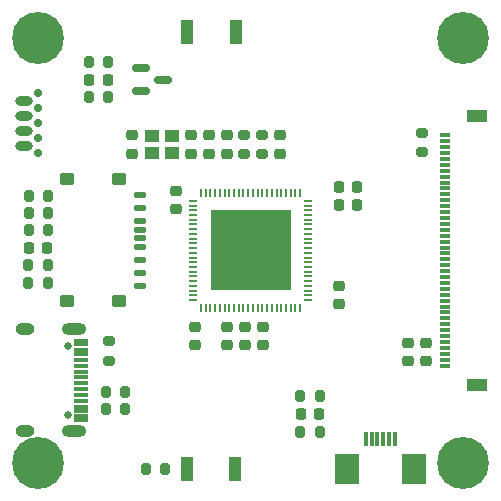
<source format=gts>
%TF.GenerationSoftware,KiCad,Pcbnew,(6.0.1)*%
%TF.CreationDate,2022-02-16T12:07:44+01:00*%
%TF.ProjectId,f1c200s,66316332-3030-4732-9e6b-696361645f70,rev?*%
%TF.SameCoordinates,PX754fbd0PY813b7f0*%
%TF.FileFunction,Soldermask,Top*%
%TF.FilePolarity,Negative*%
%FSLAX46Y46*%
G04 Gerber Fmt 4.6, Leading zero omitted, Abs format (unit mm)*
G04 Created by KiCad (PCBNEW (6.0.1)) date 2022-02-16 12:07:44*
%MOMM*%
%LPD*%
G01*
G04 APERTURE LIST*
G04 Aperture macros list*
%AMRoundRect*
0 Rectangle with rounded corners*
0 $1 Rounding radius*
0 $2 $3 $4 $5 $6 $7 $8 $9 X,Y pos of 4 corners*
0 Add a 4 corners polygon primitive as box body*
4,1,4,$2,$3,$4,$5,$6,$7,$8,$9,$2,$3,0*
0 Add four circle primitives for the rounded corners*
1,1,$1+$1,$2,$3*
1,1,$1+$1,$4,$5*
1,1,$1+$1,$6,$7*
1,1,$1+$1,$8,$9*
0 Add four rect primitives between the rounded corners*
20,1,$1+$1,$2,$3,$4,$5,0*
20,1,$1+$1,$4,$5,$6,$7,0*
20,1,$1+$1,$6,$7,$8,$9,0*
20,1,$1+$1,$8,$9,$2,$3,0*%
G04 Aperture macros list end*
%ADD10RoundRect,0.225000X-0.250000X0.225000X-0.250000X-0.225000X0.250000X-0.225000X0.250000X0.225000X0*%
%ADD11RoundRect,0.225000X0.225000X0.250000X-0.225000X0.250000X-0.225000X-0.250000X0.225000X-0.250000X0*%
%ADD12RoundRect,0.200000X-0.200000X-0.275000X0.200000X-0.275000X0.200000X0.275000X-0.200000X0.275000X0*%
%ADD13R,1.800000X1.100000*%
%ADD14R,0.900000X0.300000*%
%ADD15C,0.700000*%
%ADD16C,4.400000*%
%ADD17RoundRect,0.150000X-0.587500X-0.150000X0.587500X-0.150000X0.587500X0.150000X-0.587500X0.150000X0*%
%ADD18O,1.500000X0.800000*%
%ADD19RoundRect,0.200000X0.200000X0.275000X-0.200000X0.275000X-0.200000X-0.275000X0.200000X-0.275000X0*%
%ADD20RoundRect,0.225000X0.250000X-0.225000X0.250000X0.225000X-0.250000X0.225000X-0.250000X-0.225000X0*%
%ADD21RoundRect,0.200000X0.275000X-0.200000X0.275000X0.200000X-0.275000X0.200000X-0.275000X-0.200000X0*%
%ADD22RoundRect,0.225000X-0.225000X-0.250000X0.225000X-0.250000X0.225000X0.250000X-0.225000X0.250000X0*%
%ADD23RoundRect,0.200000X-0.275000X0.200000X-0.275000X-0.200000X0.275000X-0.200000X0.275000X0.200000X0*%
%ADD24R,2.000000X2.500000*%
%ADD25R,0.300000X1.250000*%
%ADD26R,1.000000X2.000000*%
%ADD27R,1.150000X1.000000*%
%ADD28RoundRect,0.218750X0.218750X0.256250X-0.218750X0.256250X-0.218750X-0.256250X0.218750X-0.256250X0*%
%ADD29C,0.650000*%
%ADD30R,1.150000X0.300000*%
%ADD31O,1.600000X1.000000*%
%ADD32O,2.100000X1.000000*%
%ADD33RoundRect,0.125000X0.375000X-0.125000X0.375000X0.125000X-0.375000X0.125000X-0.375000X-0.125000X0*%
%ADD34RoundRect,0.275000X0.325000X-0.275000X0.325000X0.275000X-0.325000X0.275000X-0.325000X-0.275000X0*%
%ADD35O,0.800000X0.200000*%
%ADD36O,0.200000X0.800000*%
%ADD37R,6.840000X6.840000*%
G04 APERTURE END LIST*
D10*
X22980000Y30260000D03*
X22980000Y28710000D03*
D11*
X3290000Y20735000D03*
X1740000Y20735000D03*
D12*
X8240000Y8560000D03*
X9890000Y8560000D03*
D13*
X39640000Y31860000D03*
X39640000Y9160000D03*
D14*
X36940000Y10760000D03*
X36940000Y11260000D03*
X36940000Y11760000D03*
X36940000Y12260000D03*
X36940000Y12760000D03*
X36940000Y13260000D03*
X36940000Y13760000D03*
X36940000Y14260000D03*
X36940000Y14760000D03*
X36940000Y15260000D03*
X36940000Y15760000D03*
X36940000Y16260000D03*
X36940000Y16760000D03*
X36940000Y17260000D03*
X36940000Y17760000D03*
X36940000Y18260000D03*
X36940000Y18760000D03*
X36940000Y19260000D03*
X36940000Y19760000D03*
X36940000Y20260000D03*
X36940000Y20760000D03*
X36940000Y21260000D03*
X36940000Y21760000D03*
X36940000Y22260000D03*
X36940000Y22760000D03*
X36940000Y23260000D03*
X36940000Y23760000D03*
X36940000Y24260000D03*
X36940000Y24760000D03*
X36940000Y25260000D03*
X36940000Y25760000D03*
X36940000Y26260000D03*
X36940000Y26760000D03*
X36940000Y27260000D03*
X36940000Y27760000D03*
X36940000Y28260000D03*
X36940000Y28760000D03*
X36940000Y29260000D03*
X36940000Y29760000D03*
X36940000Y30260000D03*
D12*
X1690000Y17790000D03*
X3340000Y17790000D03*
D15*
X840000Y38510000D03*
X3656726Y39676726D03*
D16*
X2490000Y38510000D03*
D15*
X3656726Y37343274D03*
X4140000Y38510000D03*
X2490000Y36860000D03*
X1323274Y37343274D03*
X2490000Y40160000D03*
X1323274Y39676726D03*
D17*
X11202500Y35935000D03*
X11202500Y34035000D03*
X13077500Y34985000D03*
D15*
X2470000Y33825000D03*
X2470000Y31285000D03*
X2470000Y32555000D03*
X2470000Y28745000D03*
X2470000Y30015000D03*
D18*
X1315000Y29380000D03*
X1315000Y30650000D03*
X1315000Y31920000D03*
X1315000Y33190000D03*
D10*
X18480000Y30260000D03*
X18480000Y28710000D03*
D15*
X40140000Y2510000D03*
X39656726Y3676726D03*
X37323274Y1343274D03*
X38490000Y4160000D03*
X37323274Y3676726D03*
D16*
X38490000Y2510000D03*
D15*
X36840000Y2510000D03*
X38490000Y860000D03*
X39656726Y1343274D03*
D19*
X8465000Y36485000D03*
X6815000Y36485000D03*
D20*
X15480000Y28710000D03*
X15480000Y30260000D03*
D10*
X33840000Y12685000D03*
X33840000Y11135000D03*
D20*
X10490000Y28705000D03*
X10490000Y30255000D03*
D19*
X13290000Y2010000D03*
X11640000Y2010000D03*
D12*
X1695000Y25150000D03*
X3345000Y25150000D03*
D19*
X8465000Y33485000D03*
X6815000Y33485000D03*
D20*
X21515000Y12485000D03*
X21515000Y14035000D03*
D21*
X35010000Y28815000D03*
X35010000Y30465000D03*
D10*
X16980000Y30260000D03*
X16980000Y28710000D03*
D22*
X24735000Y6680000D03*
X26285000Y6680000D03*
D12*
X8240000Y7085000D03*
X9890000Y7085000D03*
D23*
X21480000Y30310000D03*
X21480000Y28660000D03*
D20*
X18515000Y12485000D03*
X18515000Y14035000D03*
D21*
X8490000Y11185000D03*
X8490000Y12835000D03*
D20*
X15765000Y12485000D03*
X15765000Y14035000D03*
D19*
X26335000Y5170000D03*
X24685000Y5170000D03*
X26335000Y8170000D03*
X24685000Y8170000D03*
D10*
X14190000Y25560000D03*
X14190000Y24010000D03*
D16*
X2490000Y2510000D03*
D15*
X4140000Y2510000D03*
X2490000Y860000D03*
X840000Y2510000D03*
X3656726Y1343274D03*
X1323274Y3676726D03*
X1323274Y1343274D03*
X3656726Y3676726D03*
X2490000Y4160000D03*
D24*
X34340000Y2010000D03*
X28640000Y2010000D03*
D25*
X30240000Y4585000D03*
X30740000Y4585000D03*
X31240000Y4585000D03*
X31740000Y4585000D03*
X32240000Y4585000D03*
X32740000Y4585000D03*
D26*
X15090000Y2010000D03*
X19190000Y2010000D03*
D27*
X12115000Y28780000D03*
X13865000Y28780000D03*
X13865000Y30180000D03*
X12115000Y30180000D03*
D12*
X1690000Y19260000D03*
X3340000Y19260000D03*
D28*
X8427500Y34985000D03*
X6852500Y34985000D03*
D15*
X36840000Y38510000D03*
D16*
X38490000Y38510000D03*
D15*
X38490000Y40160000D03*
X39656726Y39676726D03*
X37323274Y39676726D03*
X38490000Y36860000D03*
X37323274Y37343274D03*
X39656726Y37343274D03*
X40140000Y38510000D03*
D12*
X1695000Y22210000D03*
X3345000Y22210000D03*
D29*
X5035000Y12400000D03*
X5035000Y6620000D03*
D30*
X6100000Y12860000D03*
X6100000Y12060000D03*
X6100000Y10760000D03*
X6100000Y9760000D03*
X6100000Y9260000D03*
X6100000Y8260000D03*
X6100000Y6960000D03*
X6100000Y6160000D03*
X6100000Y6460000D03*
X6100000Y7260000D03*
X6100000Y7760000D03*
X6100000Y8760000D03*
X6100000Y10260000D03*
X6100000Y11260000D03*
X6100000Y11760000D03*
X6100000Y12560000D03*
D31*
X1355000Y5190000D03*
D32*
X5535000Y5190000D03*
D31*
X1355000Y13830000D03*
D32*
X5535000Y13830000D03*
D23*
X19980000Y30310000D03*
X19980000Y28660000D03*
D33*
X11115000Y25235000D03*
X11115000Y24135000D03*
X11115000Y23035000D03*
X11115000Y22285000D03*
X11115000Y20835000D03*
X11115000Y19735000D03*
X11115000Y18635000D03*
X11115000Y17535000D03*
D34*
X9365000Y26560000D03*
X4915000Y16210000D03*
X4915000Y26560000D03*
X9365000Y16210000D03*
D33*
X11115000Y21585000D03*
D12*
X1695000Y23680000D03*
X3345000Y23680000D03*
D20*
X27990000Y15960000D03*
X27990000Y17510000D03*
D10*
X35340000Y12685000D03*
X35340000Y11135000D03*
D35*
X25390000Y16310000D03*
X25390000Y16710000D03*
X25390000Y17110000D03*
X25390000Y17510000D03*
X25390000Y17910000D03*
X25390000Y18310000D03*
X25390000Y18710000D03*
X25390000Y19110000D03*
X25390000Y19510000D03*
X25390000Y19910000D03*
X25390000Y20310000D03*
X25390000Y20710000D03*
X25390000Y21110000D03*
X25390000Y21510000D03*
X25390000Y21910000D03*
X25390000Y22310000D03*
X25390000Y22710000D03*
X25390000Y23110000D03*
X25390000Y23510000D03*
X25390000Y23910000D03*
X25390000Y24310000D03*
X25390000Y24710000D03*
D36*
X24690000Y25410000D03*
X24290000Y25410000D03*
X23890000Y25410000D03*
X23490000Y25410000D03*
X23090000Y25410000D03*
X22690000Y25410000D03*
X22290000Y25410000D03*
X21890000Y25410000D03*
X21490000Y25410000D03*
X21090000Y25410000D03*
X20690000Y25410000D03*
X20290000Y25410000D03*
X19890000Y25410000D03*
X19490000Y25410000D03*
X19090000Y25410000D03*
X18690000Y25410000D03*
X18290000Y25410000D03*
X17890000Y25410000D03*
X17490000Y25410000D03*
X17090000Y25410000D03*
X16690000Y25410000D03*
X16290000Y25410000D03*
D35*
X15590000Y24710000D03*
X15590000Y24310000D03*
X15590000Y23910000D03*
X15590000Y23510000D03*
X15590000Y23110000D03*
X15590000Y22710000D03*
X15590000Y22310000D03*
X15590000Y21910000D03*
X15590000Y21510000D03*
X15590000Y21110000D03*
X15590000Y20710000D03*
X15590000Y20310000D03*
X15590000Y19910000D03*
X15590000Y19510000D03*
X15590000Y19110000D03*
X15590000Y18710000D03*
X15590000Y18310000D03*
X15590000Y17910000D03*
X15590000Y17510000D03*
X15590000Y17110000D03*
X15590000Y16710000D03*
X15590000Y16310000D03*
D36*
X16290000Y15610000D03*
X16690000Y15610000D03*
X17090000Y15610000D03*
X17490000Y15610000D03*
X17890000Y15610000D03*
X18290000Y15610000D03*
X18690000Y15610000D03*
X19090000Y15610000D03*
X19490000Y15610000D03*
X19890000Y15610000D03*
X20290000Y15610000D03*
X20690000Y15610000D03*
X21090000Y15610000D03*
X21490000Y15610000D03*
X21890000Y15610000D03*
X22290000Y15610000D03*
X22690000Y15610000D03*
X23090000Y15610000D03*
X23490000Y15610000D03*
X23890000Y15610000D03*
X24290000Y15610000D03*
X24690000Y15610000D03*
D37*
X20490000Y20510000D03*
D26*
X15140000Y38985000D03*
X19240000Y38985000D03*
D20*
X20015000Y12485000D03*
X20015000Y14035000D03*
D11*
X29515000Y24385000D03*
X27965000Y24385000D03*
X29515000Y25885000D03*
X27965000Y25885000D03*
M02*

</source>
